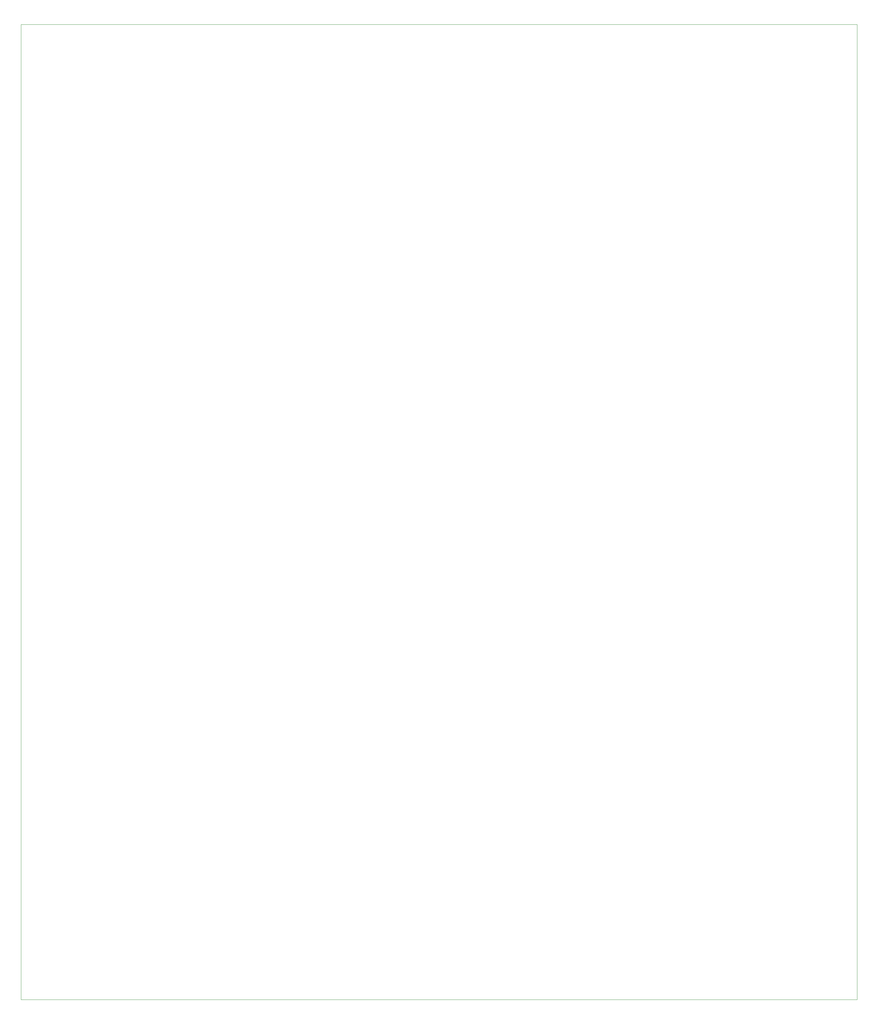
<source format=gbr>
%TF.GenerationSoftware,KiCad,Pcbnew,9.0.4-9.0.4-0~ubuntu24.04.1*%
%TF.CreationDate,2025-10-23T11:04:43-06:00*%
%TF.ProjectId,PCB_HORNO,5043425f-484f-4524-9e4f-2e6b69636164,rev?*%
%TF.SameCoordinates,Original*%
%TF.FileFunction,Profile,NP*%
%FSLAX46Y46*%
G04 Gerber Fmt 4.6, Leading zero omitted, Abs format (unit mm)*
G04 Created by KiCad (PCBNEW 9.0.4-9.0.4-0~ubuntu24.04.1) date 2025-10-23 11:04:43*
%MOMM*%
%LPD*%
G01*
G04 APERTURE LIST*
%TA.AperFunction,Profile*%
%ADD10C,0.050000*%
%TD*%
G04 APERTURE END LIST*
D10*
X36200000Y-12677500D02*
X262400000Y-12677500D01*
X262400000Y-276400000D01*
X36200000Y-276400000D01*
X36200000Y-12677500D01*
M02*

</source>
